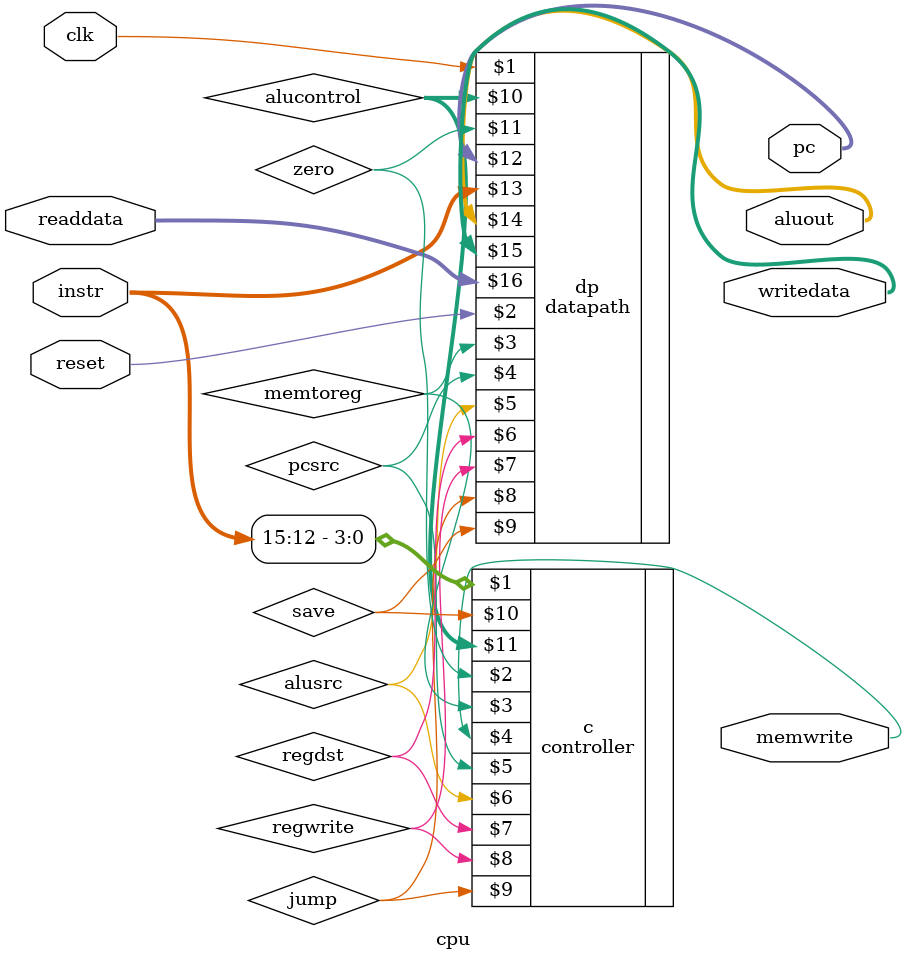
<source format=sv>
`ifndef CPU
`define CPU

`timescale 1ns/100ps

`include "../controller/controller.sv"
`include "../datapath/datapath.sv"

module cpu
    //
    // ---------------- PORT DEFINITIONS ----------------
    //
    (
    input  logic        clk, reset,
    output logic [15:0] pc,
    input  logic [15:0] instr,
    output logic        memwrite,
    output logic [15:0] aluout, writedata,
    input  logic [15:0] readdata
);
    //
    // ---------------- MODULE DESIGN IMPLEMENTATION ----------------
    //

    // cpu internal components
    logic       memtoreg, alusrc, regdst, regwrite, jump, save, pcsrc, zero;
    logic [2:0] alucontrol;
    
    controller c(instr[15:12], zero,
                    memtoreg, memwrite, pcsrc,
                    alusrc, regdst, regwrite, jump, save, 
                    alucontrol);

    datapath dp(clk, reset, memtoreg, pcsrc,
                    alusrc, regdst, regwrite, jump, save, 
                    alucontrol,
                    zero, pc, instr,
                    aluout, writedata, readdata);

endmodule

`endif // CPU
</source>
